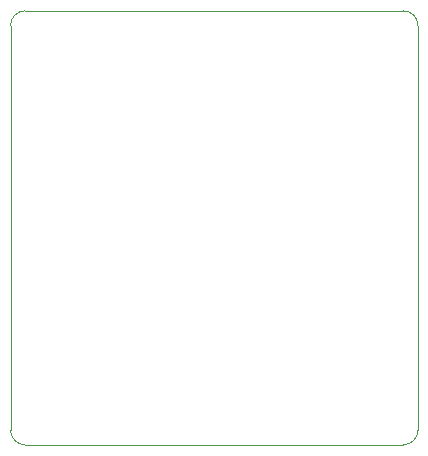
<source format=gbr>
%TF.GenerationSoftware,KiCad,Pcbnew,8.0.5*%
%TF.CreationDate,2024-12-09T20:18:44-08:00*%
%TF.ProjectId,Motor_Adapt_C,4d6f746f-725f-4416-9461-70745f432e6b,rev?*%
%TF.SameCoordinates,Original*%
%TF.FileFunction,Profile,NP*%
%FSLAX46Y46*%
G04 Gerber Fmt 4.6, Leading zero omitted, Abs format (unit mm)*
G04 Created by KiCad (PCBNEW 8.0.5) date 2024-12-09 20:18:44*
%MOMM*%
%LPD*%
G01*
G04 APERTURE LIST*
%TA.AperFunction,Profile*%
%ADD10C,0.050000*%
%TD*%
G04 APERTURE END LIST*
D10*
X61750000Y-44000000D02*
G75*
G02*
X63000000Y-45250000I0J-1250000D01*
G01*
X29750000Y-80750000D02*
G75*
G02*
X28500000Y-79500000I0J1250000D01*
G01*
X61750000Y-44000000D02*
X29750000Y-44000000D01*
X63000000Y-79500000D02*
X63000000Y-45250000D01*
X63000000Y-79500000D02*
G75*
G02*
X61750000Y-80750000I-1250000J0D01*
G01*
X28500000Y-45250000D02*
G75*
G02*
X29750000Y-44000000I1250000J0D01*
G01*
X29750000Y-80750000D02*
X61750000Y-80750000D01*
X28500000Y-45250000D02*
X28500000Y-79500000D01*
M02*

</source>
